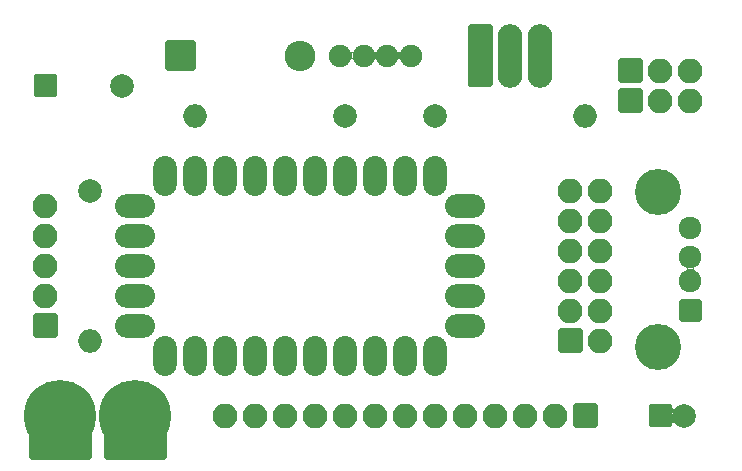
<source format=gbr>
G04 #@! TF.GenerationSoftware,KiCad,Pcbnew,5.1.7-a382d34a8~87~ubuntu20.04.1*
G04 #@! TF.CreationDate,2020-11-07T19:00:24+09:00*
G04 #@! TF.ProjectId,AKBONE2020LGT8F,414b424f-4e45-4323-9032-304c47543846,rev?*
G04 #@! TF.SameCoordinates,Original*
G04 #@! TF.FileFunction,Soldermask,Top*
G04 #@! TF.FilePolarity,Negative*
%FSLAX46Y46*%
G04 Gerber Fmt 4.6, Leading zero omitted, Abs format (unit mm)*
G04 Created by KiCad (PCBNEW 5.1.7-a382d34a8~87~ubuntu20.04.1) date 2020-11-07 19:00:24*
%MOMM*%
%LPD*%
G01*
G04 APERTURE LIST*
%ADD10C,2.000000*%
%ADD11O,2.600000X2.600000*%
%ADD12O,2.100000X2.100000*%
%ADD13O,2.100000X5.400000*%
%ADD14C,3.900000*%
%ADD15C,1.924000*%
%ADD16O,2.000000X2.000000*%
%ADD17C,1.900000*%
%ADD18O,2.000000X3.400000*%
%ADD19O,3.400000X2.000000*%
%ADD20C,6.100000*%
%ADD21C,0.100000*%
G04 APERTURE END LIST*
G36*
G01*
X171290000Y-126730000D02*
X171290000Y-124730000D01*
G75*
G02*
X171490000Y-124530000I200000J0D01*
G01*
X176490000Y-124530000D01*
G75*
G02*
X176690000Y-124730000I0J-200000D01*
G01*
X176690000Y-126730000D01*
G75*
G02*
X176490000Y-126930000I-200000J0D01*
G01*
X171490000Y-126930000D01*
G75*
G02*
X171290000Y-126730000I0J200000D01*
G01*
G37*
G36*
G01*
X177640000Y-126730000D02*
X177640000Y-124730000D01*
G75*
G02*
X177840000Y-124530000I200000J0D01*
G01*
X182840000Y-124530000D01*
G75*
G02*
X183040000Y-124730000I0J-200000D01*
G01*
X183040000Y-126730000D01*
G75*
G02*
X182840000Y-126930000I-200000J0D01*
G01*
X177840000Y-126930000D01*
G75*
G02*
X177640000Y-126730000I0J200000D01*
G01*
G37*
G36*
G01*
X223790000Y-123990000D02*
X223790000Y-122390000D01*
G75*
G02*
X223990000Y-122190000I200000J0D01*
G01*
X225590000Y-122190000D01*
G75*
G02*
X225790000Y-122390000I0J-200000D01*
G01*
X225790000Y-123990000D01*
G75*
G02*
X225590000Y-124190000I-200000J0D01*
G01*
X223990000Y-124190000D01*
G75*
G02*
X223790000Y-123990000I0J200000D01*
G01*
G37*
D10*
X226790000Y-123190000D03*
G36*
G01*
X182850000Y-93810000D02*
X182850000Y-91610000D01*
G75*
G02*
X183050000Y-91410000I200000J0D01*
G01*
X185250000Y-91410000D01*
G75*
G02*
X185450000Y-91610000I0J-200000D01*
G01*
X185450000Y-93810000D01*
G75*
G02*
X185250000Y-94010000I-200000J0D01*
G01*
X183050000Y-94010000D01*
G75*
G02*
X182850000Y-93810000I0J200000D01*
G01*
G37*
D11*
X194310000Y-92710000D03*
G36*
G01*
X173770000Y-114720000D02*
X173770000Y-116420000D01*
G75*
G02*
X173570000Y-116620000I-200000J0D01*
G01*
X171870000Y-116620000D01*
G75*
G02*
X171670000Y-116420000I0J200000D01*
G01*
X171670000Y-114720000D01*
G75*
G02*
X171870000Y-114520000I200000J0D01*
G01*
X173570000Y-114520000D01*
G75*
G02*
X173770000Y-114720000I0J-200000D01*
G01*
G37*
D12*
X172720000Y-113030000D03*
X172720000Y-110490000D03*
X172720000Y-107950000D03*
X172720000Y-105410000D03*
G36*
G01*
X217590000Y-122140000D02*
X219290000Y-122140000D01*
G75*
G02*
X219490000Y-122340000I0J-200000D01*
G01*
X219490000Y-124040000D01*
G75*
G02*
X219290000Y-124240000I-200000J0D01*
G01*
X217590000Y-124240000D01*
G75*
G02*
X217390000Y-124040000I0J200000D01*
G01*
X217390000Y-122340000D01*
G75*
G02*
X217590000Y-122140000I200000J0D01*
G01*
G37*
X215900000Y-123190000D03*
X213360000Y-123190000D03*
X210820000Y-123190000D03*
X208280000Y-123190000D03*
X205740000Y-123190000D03*
X203200000Y-123190000D03*
X200660000Y-123190000D03*
X198120000Y-123190000D03*
X195580000Y-123190000D03*
X193040000Y-123190000D03*
X190500000Y-123190000D03*
X187960000Y-123190000D03*
G36*
G01*
X210400000Y-95410000D02*
X208700000Y-95410000D01*
G75*
G02*
X208500000Y-95210000I0J200000D01*
G01*
X208500000Y-90210000D01*
G75*
G02*
X208700000Y-90010000I200000J0D01*
G01*
X210400000Y-90010000D01*
G75*
G02*
X210600000Y-90210000I0J-200000D01*
G01*
X210600000Y-95210000D01*
G75*
G02*
X210400000Y-95410000I-200000J0D01*
G01*
G37*
D13*
X212090000Y-92710000D03*
X214630000Y-92710000D03*
D14*
X224620000Y-104230000D03*
X224620000Y-117370000D03*
G36*
G01*
X228092000Y-115262000D02*
X226568000Y-115262000D01*
G75*
G02*
X226368000Y-115062000I0J200000D01*
G01*
X226368000Y-113538000D01*
G75*
G02*
X226568000Y-113338000I200000J0D01*
G01*
X228092000Y-113338000D01*
G75*
G02*
X228292000Y-113538000I0J-200000D01*
G01*
X228292000Y-115062000D01*
G75*
G02*
X228092000Y-115262000I-200000J0D01*
G01*
G37*
D15*
X227330000Y-111800000D03*
X227330000Y-109800000D03*
X227330000Y-107300000D03*
G36*
G01*
X223100000Y-97570000D02*
X221400000Y-97570000D01*
G75*
G02*
X221200000Y-97370000I0J200000D01*
G01*
X221200000Y-95670000D01*
G75*
G02*
X221400000Y-95470000I200000J0D01*
G01*
X223100000Y-95470000D01*
G75*
G02*
X223300000Y-95670000I0J-200000D01*
G01*
X223300000Y-97370000D01*
G75*
G02*
X223100000Y-97570000I-200000J0D01*
G01*
G37*
D12*
X224790000Y-96520000D03*
X227330000Y-96520000D03*
X227330000Y-93980000D03*
X224790000Y-93980000D03*
G36*
G01*
X223100000Y-95030000D02*
X221400000Y-95030000D01*
G75*
G02*
X221200000Y-94830000I0J200000D01*
G01*
X221200000Y-93130000D01*
G75*
G02*
X221400000Y-92930000I200000J0D01*
G01*
X223100000Y-92930000D01*
G75*
G02*
X223300000Y-93130000I0J-200000D01*
G01*
X223300000Y-94830000D01*
G75*
G02*
X223100000Y-95030000I-200000J0D01*
G01*
G37*
D10*
X176530000Y-104140000D03*
D16*
X176530000Y-116840000D03*
X218440000Y-97790000D03*
D10*
X205740000Y-97790000D03*
D17*
X197660000Y-92710000D03*
X199660000Y-92710000D03*
X201660000Y-92710000D03*
X203660000Y-92710000D03*
D18*
X182880000Y-118110000D03*
X185420000Y-118110000D03*
X187960000Y-118110000D03*
X190500000Y-118110000D03*
X193040000Y-118110000D03*
X195580000Y-118110000D03*
X198120000Y-118110000D03*
X200660000Y-118110000D03*
X203200000Y-118110000D03*
X205740000Y-118110000D03*
D19*
X208280000Y-115570000D03*
X208280000Y-113030000D03*
X208280000Y-110490000D03*
X208280000Y-107950000D03*
X208280000Y-105410000D03*
D18*
X205740000Y-102870000D03*
X203200000Y-102870000D03*
X200660000Y-102870000D03*
X198120000Y-102870000D03*
X195580000Y-102870000D03*
X193040000Y-102870000D03*
X190500000Y-102870000D03*
X187960000Y-102870000D03*
X185420000Y-102870000D03*
X182880000Y-102870000D03*
D19*
X180340000Y-105410000D03*
X180340000Y-107950000D03*
X180340000Y-110490000D03*
X180340000Y-113030000D03*
X180340000Y-115570000D03*
G36*
G01*
X218220000Y-115990000D02*
X218220000Y-117690000D01*
G75*
G02*
X218020000Y-117890000I-200000J0D01*
G01*
X216320000Y-117890000D01*
G75*
G02*
X216120000Y-117690000I0J200000D01*
G01*
X216120000Y-115990000D01*
G75*
G02*
X216320000Y-115790000I200000J0D01*
G01*
X218020000Y-115790000D01*
G75*
G02*
X218220000Y-115990000I0J-200000D01*
G01*
G37*
D12*
X219710000Y-116840000D03*
X217170000Y-114300000D03*
X219710000Y-114300000D03*
X217170000Y-111760000D03*
X219710000Y-111760000D03*
X217170000Y-109220000D03*
X219710000Y-109220000D03*
X217170000Y-106680000D03*
X219710000Y-106680000D03*
X217170000Y-104140000D03*
X219710000Y-104140000D03*
D10*
X198120000Y-97790000D03*
D16*
X185420000Y-97790000D03*
G36*
G01*
X171720000Y-96050000D02*
X171720000Y-94450000D01*
G75*
G02*
X171920000Y-94250000I200000J0D01*
G01*
X173520000Y-94250000D01*
G75*
G02*
X173720000Y-94450000I0J-200000D01*
G01*
X173720000Y-96050000D01*
G75*
G02*
X173520000Y-96250000I-200000J0D01*
G01*
X171920000Y-96250000D01*
G75*
G02*
X171720000Y-96050000I0J200000D01*
G01*
G37*
D10*
X179220000Y-95250000D03*
D20*
X173990000Y-123190000D03*
X180340000Y-123190000D03*
D21*
G36*
X225791990Y-122484141D02*
G01*
X225794372Y-122508328D01*
X225801372Y-122531403D01*
X225812737Y-122552667D01*
X225828032Y-122571304D01*
X225846669Y-122586599D01*
X225867933Y-122597964D01*
X225891008Y-122604964D01*
X225914999Y-122607327D01*
X225938990Y-122604964D01*
X225962065Y-122597964D01*
X225983329Y-122586599D01*
X226001966Y-122571304D01*
X226013494Y-122557256D01*
X226015366Y-122556552D01*
X226016912Y-122557820D01*
X226016703Y-122559636D01*
X225909852Y-122719550D01*
X225834984Y-122900297D01*
X225796815Y-123092182D01*
X225796815Y-123287818D01*
X225834984Y-123479703D01*
X225909852Y-123660450D01*
X226016704Y-123820365D01*
X226016835Y-123822361D01*
X226015172Y-123823472D01*
X226013495Y-123822745D01*
X226001964Y-123808695D01*
X225983327Y-123793400D01*
X225962063Y-123782035D01*
X225938988Y-123775035D01*
X225914997Y-123772673D01*
X225891006Y-123775036D01*
X225867931Y-123782037D01*
X225846668Y-123793402D01*
X225828031Y-123808698D01*
X225812736Y-123827335D01*
X225801371Y-123848599D01*
X225794371Y-123871674D01*
X225791990Y-123895859D01*
X225790825Y-123897485D01*
X225788835Y-123897289D01*
X225788000Y-123895663D01*
X225788000Y-122484337D01*
X225789000Y-122482605D01*
X225791000Y-122482605D01*
X225791990Y-122484141D01*
G37*
G36*
X227690543Y-110685823D02*
G01*
X227691308Y-110687671D01*
X227690268Y-110689174D01*
X227674245Y-110697738D01*
X227655608Y-110713033D01*
X227640312Y-110731670D01*
X227628947Y-110752933D01*
X227621947Y-110776008D01*
X227619584Y-110799999D01*
X227621947Y-110823990D01*
X227628947Y-110847065D01*
X227640312Y-110868329D01*
X227655607Y-110886966D01*
X227674244Y-110902262D01*
X227690267Y-110910825D01*
X227691323Y-110912523D01*
X227690380Y-110914287D01*
X227688559Y-110914437D01*
X227608672Y-110881347D01*
X227424093Y-110844632D01*
X227235907Y-110844632D01*
X227051328Y-110881347D01*
X226971440Y-110914438D01*
X226969457Y-110914177D01*
X226968692Y-110912329D01*
X226969732Y-110910826D01*
X226985755Y-110902262D01*
X227004392Y-110886967D01*
X227019688Y-110868330D01*
X227031053Y-110847067D01*
X227038053Y-110823992D01*
X227040416Y-110800001D01*
X227038053Y-110776010D01*
X227031053Y-110752935D01*
X227019688Y-110731671D01*
X227004393Y-110713034D01*
X226985756Y-110697738D01*
X226969733Y-110689175D01*
X226968677Y-110687477D01*
X226969620Y-110685713D01*
X226971441Y-110685563D01*
X227051328Y-110718653D01*
X227235907Y-110755368D01*
X227424093Y-110755368D01*
X227608672Y-110718653D01*
X227688560Y-110685562D01*
X227690543Y-110685823D01*
G37*
G36*
X202774288Y-92380827D02*
G01*
X202774438Y-92382648D01*
X202752831Y-92434812D01*
X202716575Y-92617083D01*
X202716575Y-92802917D01*
X202752831Y-92985188D01*
X202774438Y-93037352D01*
X202774177Y-93039335D01*
X202772329Y-93040100D01*
X202770826Y-93039060D01*
X202762262Y-93023037D01*
X202746966Y-93004400D01*
X202728330Y-92989105D01*
X202707066Y-92977740D01*
X202683991Y-92970740D01*
X202660000Y-92968377D01*
X202636009Y-92970740D01*
X202612934Y-92977740D01*
X202591670Y-92989105D01*
X202573033Y-93004401D01*
X202557738Y-93023037D01*
X202549174Y-93039060D01*
X202547475Y-93040116D01*
X202545712Y-93039173D01*
X202545562Y-93037352D01*
X202567169Y-92985188D01*
X202603425Y-92802917D01*
X202603425Y-92617083D01*
X202567169Y-92434812D01*
X202545562Y-92382648D01*
X202545823Y-92380665D01*
X202547671Y-92379900D01*
X202549174Y-92380940D01*
X202557738Y-92396963D01*
X202573034Y-92415600D01*
X202591670Y-92430895D01*
X202612934Y-92442260D01*
X202636009Y-92449260D01*
X202660000Y-92451623D01*
X202683991Y-92449260D01*
X202707066Y-92442260D01*
X202728330Y-92430895D01*
X202746967Y-92415599D01*
X202762262Y-92396963D01*
X202770826Y-92380940D01*
X202772525Y-92379884D01*
X202774288Y-92380827D01*
G37*
G36*
X200774288Y-92380827D02*
G01*
X200774438Y-92382648D01*
X200752831Y-92434812D01*
X200716575Y-92617083D01*
X200716575Y-92802917D01*
X200752831Y-92985188D01*
X200774438Y-93037352D01*
X200774177Y-93039335D01*
X200772329Y-93040100D01*
X200770826Y-93039060D01*
X200762262Y-93023037D01*
X200746966Y-93004400D01*
X200728330Y-92989105D01*
X200707066Y-92977740D01*
X200683991Y-92970740D01*
X200660000Y-92968377D01*
X200636009Y-92970740D01*
X200612934Y-92977740D01*
X200591670Y-92989105D01*
X200573033Y-93004401D01*
X200557738Y-93023037D01*
X200549174Y-93039060D01*
X200547475Y-93040116D01*
X200545712Y-93039173D01*
X200545562Y-93037352D01*
X200567169Y-92985188D01*
X200603425Y-92802917D01*
X200603425Y-92617083D01*
X200567169Y-92434812D01*
X200545562Y-92382648D01*
X200545823Y-92380665D01*
X200547671Y-92379900D01*
X200549174Y-92380940D01*
X200557738Y-92396963D01*
X200573034Y-92415600D01*
X200591670Y-92430895D01*
X200612934Y-92442260D01*
X200636009Y-92449260D01*
X200660000Y-92451623D01*
X200683991Y-92449260D01*
X200707066Y-92442260D01*
X200728330Y-92430895D01*
X200746967Y-92415599D01*
X200762262Y-92396963D01*
X200770826Y-92380940D01*
X200772525Y-92379884D01*
X200774288Y-92380827D01*
G37*
G36*
X198774288Y-92380827D02*
G01*
X198774438Y-92382648D01*
X198752831Y-92434812D01*
X198716575Y-92617083D01*
X198716575Y-92802917D01*
X198752831Y-92985188D01*
X198774438Y-93037352D01*
X198774177Y-93039335D01*
X198772329Y-93040100D01*
X198770826Y-93039060D01*
X198762262Y-93023037D01*
X198746966Y-93004400D01*
X198728330Y-92989105D01*
X198707066Y-92977740D01*
X198683991Y-92970740D01*
X198660000Y-92968377D01*
X198636009Y-92970740D01*
X198612934Y-92977740D01*
X198591670Y-92989105D01*
X198573033Y-93004401D01*
X198557738Y-93023037D01*
X198549174Y-93039060D01*
X198547475Y-93040116D01*
X198545712Y-93039173D01*
X198545562Y-93037352D01*
X198567169Y-92985188D01*
X198603425Y-92802917D01*
X198603425Y-92617083D01*
X198567169Y-92434812D01*
X198545562Y-92382648D01*
X198545823Y-92380665D01*
X198547671Y-92379900D01*
X198549174Y-92380940D01*
X198557738Y-92396963D01*
X198573034Y-92415600D01*
X198591670Y-92430895D01*
X198612934Y-92442260D01*
X198636009Y-92449260D01*
X198660000Y-92451623D01*
X198683991Y-92449260D01*
X198707066Y-92442260D01*
X198728330Y-92430895D01*
X198746967Y-92415599D01*
X198762262Y-92396963D01*
X198770826Y-92380940D01*
X198772525Y-92379884D01*
X198774288Y-92380827D01*
G37*
M02*

</source>
